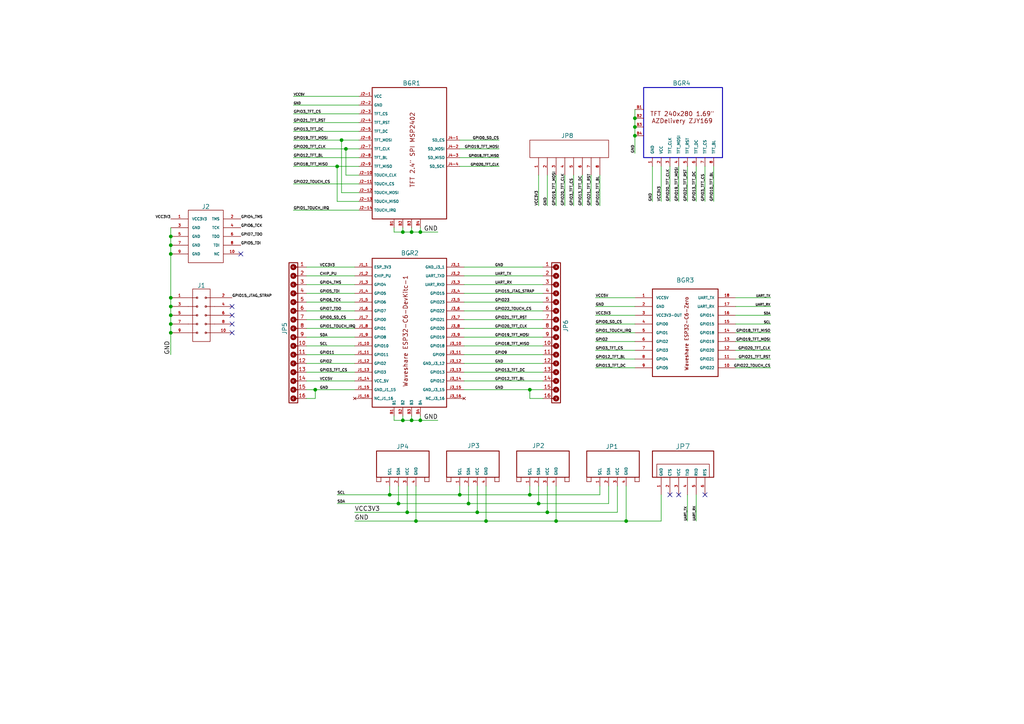
<source format=kicad_sch>
(kicad_sch (version 20250114) (generator "eeschema") (generator_version "9.0")
  (paper "A4")
  (title_block (title "Fablab Testboard") (date "6.August2025") (rev "V1.2") (company "J.Willner"))
  (lib_symbols
    (symbol "Fablab_Test_V1:2.4inch_SPI_Module_ILI9341_SKU_MSP2402"
      (property "Reference" "BGR" (at 0.762 20.574 0))
      (symbol "2.4inch_SPI_Module_ILI9341_SKU_MSP2402_1_0"
        (pin passive line (at -3.81 -21.59 90) (length 2.54) (name "") (number "B1"))
        (pin passive line (at -1.27 -21.59 90) (length 2.54) (name "") (number "B2"))
        (pin passive line (at 1.27 -21.59 90) (length 2.54) (name "") (number "B3"))
        (pin passive line (at 3.81 -21.59 90) (length 2.54) (name "") (number "B4"))
      )
      (symbol "2.4inch_SPI_Module_ILI9341_SKU_MSP2402_1_1"
        (rectangle (start -10.16 19.05) (end 11.43 -19.05) (stroke (width 0.254)))
        (text "TFT 2.4\" SPI MSP2402" (at 1.524 1.016 900) (effects (font (size 1.27 1.27))))
        (pin bidirectional line (at -13.97 16.51 0) (length 3.81) (name "VCC") (number "J2-1"))
        (pin bidirectional line (at -13.97 13.97 0) (length 3.81) (name "GND") (number "J2-2"))
        (pin bidirectional line (at -13.97 11.43 0) (length 3.81) (name "TFT_CS") (number "J2-3"))
        (pin bidirectional line (at -13.97 8.89 0) (length 3.81) (name "TFT_RST") (number "J2-4"))
        (pin bidirectional line (at -13.97 6.35 0) (length 3.81) (name "TFT_DC") (number "J2-5"))
        (pin bidirectional line (at -13.97 3.81 0) (length 3.81) (name "TFT_MOSI") (number "J2-6"))
        (pin bidirectional line (at -13.97 1.27 0) (length 3.81) (name "TFT_CLK") (number "J2-7"))
        (pin bidirectional line (at -13.97 -1.27 0) (length 3.81) (name "TFT_BL") (number "J2-8"))
        (pin bidirectional line (at -13.97 -3.81 0) (length 3.81) (name "TFT_MISO") (number "J2-9"))
        (pin bidirectional line (at -13.97 -6.35 0) (length 3.81) (name "TOUCH_CLK") (number "J2-10"))
        (pin bidirectional line (at -13.97 -8.89 0) (length 3.81) (name "TOUCH_CS") (number "J2-11"))
        (pin bidirectional line (at -13.97 -11.43 0) (length 3.81) (name "TOUCH_MOSI") (number "J2-12"))
        (pin bidirectional line (at -13.97 -13.97 0) (length 3.81) (name "TOUCH_MISO") (number "J2-13"))
        (pin bidirectional line (at -13.97 -16.51 0) (length 3.81) (name "TOUCH_IRQ") (number "J2-14"))
        (pin bidirectional line (at 15.24 3.81 180) (length 3.81) (name "SD_CS") (number "J4-1"))
        (pin bidirectional line (at 15.24 1.27 180) (length 3.81) (name "SD_MOSI") (number "J4-2"))
        (pin bidirectional line (at 15.24 -1.27 180) (length 3.81) (name "SD_MISO") (number "J4-3"))
        (pin bidirectional line (at 15.24 -3.81 180) (length 3.81) (name "SD_SCK") (number "J4-4"))
      )
    )
    (symbol "Fablab_Test_V1:AZDELIVERY-ZJY169" (pin_names (offset 1.016))
      (property "Reference" "BGR" (at 2.032 12.954 0))
      (symbol "AZDELIVERY-ZJY169_0_1"
        (rectangle (start -11.43 10.16) (end 11.43 -10.16))
      )
      (symbol "AZDELIVERY-ZJY169_1_0"
        (pin passive line (at -13.97 3.81 0) (length 2.54) (name "") (number "B1"))
        (pin passive line (at -13.97 1.27 0) (length 2.54) (name "") (number "B2"))
        (pin passive line (at -13.97 -1.27 0) (length 2.54) (name "") (number "B3"))
        (pin passive line (at -13.97 -3.81 0) (length 2.54) (name "") (number "B4"))
      )
      (symbol "AZDELIVERY-ZJY169_1_1"
        (rectangle (start -11.43 10.16) (end 11.43 -10.16) (stroke (width 0.254) (color 0 0 194 1)))
        (text " TFT 240x280 1.69\" \nAZDelivery ZJY169" (at -0.254 1.524 0) (effects (font (size 1.27 1.27))))
        (pin bidirectional line (at -8.89 -12.7 90) (length 2.54) (name "GND") (number "1"))
        (pin bidirectional line (at -6.35 -12.7 90) (length 2.54) (name "VCC") (number "2"))
        (pin bidirectional line (at -3.81 -12.7 90) (length 2.54) (name "TFT_CLK") (number "3"))
        (pin bidirectional line (at -1.27 -12.7 90) (length 2.54) (name "TFT_MOSI") (number "4"))
        (pin bidirectional line (at 1.27 -12.7 90) (length 2.54) (name "TFT_RST") (number "5"))
        (pin bidirectional line (at 3.81 -12.7 90) (length 2.54) (name "TFT_DC") (number "6"))
        (pin bidirectional line (at 6.35 -12.7 90) (length 2.54) (name "TFT_CS") (number "7"))
        (pin bidirectional line (at 8.89 -12.7 90) (length 2.54) (name "TFT_BL") (number "8"))
      )
    )
    (symbol "Fablab_Test_V1:B8B-PH-K_1" (pin_names (offset 1.016))
      (property "Reference" "JP" (at -0.762 14.732 0))
      (property "Footprint" "footprints:JST_B8B-PH-K-S" (at 0 -17.526 0))
      (symbol "B8B-PH-K_1_0_0"
        (pin passive line (at -7.62 10.16 0) (length 5.08) (name "") (number "1"))
      )
      (symbol "B8B-PH-K_1_0_1"
        (rectangle (start -2.54 12.7) (end 2.54 -10.16))
      )
      (symbol "B8B-PH-K_1_1_0"
        (pin passive line (at -7.62 7.62 0) (length 5.08) (name "") (number "2"))
        (pin passive line (at -7.62 5.08 0) (length 5.08) (name "") (number "3"))
        (pin passive line (at -7.62 2.54 0) (length 5.08) (name "") (number "4"))
        (pin passive line (at -7.62 0 0) (length 5.08) (name "") (number "5"))
        (pin passive line (at -7.62 -2.54 0) (length 5.08) (name "") (number "6"))
        (pin passive line (at -7.62 -5.08 0) (length 5.08) (name "") (number "7"))
        (pin passive line (at -7.62 -7.62 0) (length 5.08) (name "") (number "8"))
      )
    )
    (symbol "Fablab_Test_V1:ESP32-C6-Devkitc-1"
      (property "Reference" "BGR" (at -0.762 22.86 0))
      (symbol "ESP32-C6-Devkitc-1_0_0"
        (pin bidirectional line (at -16.51 13.97 0) (length 5.08) (name "GPIO4") (number "J1_3"))
      )
      (symbol "ESP32-C6-Devkitc-1_1_0"
        (rectangle (start -11.43 21.59) (end 10.16 -21.59) (stroke (width 0.254)))
        (pin bidirectional line (at -16.51 19.05 0) (length 5.08) (name "ESP_3V3") (number "J1_1"))
        (pin input line (at -16.51 16.51 0) (length 5.08) (name "CHIP_PU") (number "J1_2"))
        (pin bidirectional line (at -16.51 11.43 0) (length 5.08) (name "GPIO5") (number "J1_4"))
        (pin bidirectional line (at -16.51 8.89 0) (length 5.08) (name "GPIO6") (number "J1_5"))
        (pin bidirectional line (at -16.51 6.35 0) (length 5.08) (name "GPIO7") (number "J1_6"))
        (pin bidirectional line (at -16.51 3.81 0) (length 5.08) (name "GPIO0") (number "J1_7"))
        (pin bidirectional line (at -16.51 1.27 0) (length 5.08) (name "GPIO1") (number "J1_8"))
        (pin bidirectional line (at -16.51 -1.27 0) (length 5.08) (name "GPIO8") (number "J1_9"))
        (pin bidirectional line (at -16.51 -3.81 0) (length 5.08) (name "GPIO10") (number "J1_10"))
        (pin bidirectional line (at -16.51 -6.35 0) (length 5.08) (name "GPIO11") (number "J1_11"))
        (pin bidirectional line (at -16.51 -8.89 0) (length 5.08) (name "GPIO2") (number "J1_12"))
        (pin bidirectional line (at -16.51 -11.43 0) (length 5.08) (name "GPIO3") (number "J1_13"))
        (pin bidirectional line (at -16.51 -13.97 0) (length 5.08) (name "VCC_5V") (number "J1_14"))
        (pin bidirectional line (at -16.51 -16.51 0) (length 5.08) (name "GND_J1_15") (number "J1_15"))
        (pin no_connect line (at -16.51 -19.05 0) (length 5.08) (name "NC_J1_16") (number "J1_16"))
        (pin passive line (at -5.08 -24.13 90) (length 2.54) (name "B1") (number "B1"))
        (pin passive line (at -2.54 -24.13 90) (length 2.54) (name "B2") (number "B2"))
        (pin passive line (at 0 -24.13 90) (length 2.54) (name "B3") (number "B3"))
        (pin passive line (at 2.54 -24.13 90) (length 2.54) (name "B4") (number "B4"))
        (pin bidirectional line (at 15.24 19.05 180) (length 5.08) (name "GND_J3_1") (number "J3_1"))
        (pin bidirectional line (at 15.24 16.51 180) (length 5.08) (name "UART_TXD") (number "J3_2"))
        (pin bidirectional line (at 15.24 13.97 180) (length 5.08) (name "UART_RXD") (number "J3_3"))
        (pin bidirectional line (at 15.24 11.43 180) (length 5.08) (name "GPIO15") (number "J3_4"))
        (pin bidirectional line (at 15.24 8.89 180) (length 5.08) (name "GPIO23") (number "J3_5"))
        (pin bidirectional line (at 15.24 6.35 180) (length 5.08) (name "GPIO22") (number "J3_6"))
        (pin bidirectional line (at 15.24 3.81 180) (length 5.08) (name "GPIO21") (number "J3_7"))
        (pin bidirectional line (at 15.24 1.27 180) (length 5.08) (name "GPIO20") (number "J3_8"))
        (pin bidirectional line (at 15.24 -1.27 180) (length 5.08) (name "GPIO19") (number "J3_9"))
        (pin bidirectional line (at 15.24 -3.81 180) (length 5.08) (name "GPIO18") (number "J3_10"))
        (pin bidirectional line (at 15.24 -6.35 180) (length 5.08) (name "GPIO9") (number "J3_11"))
        (pin bidirectional line (at 15.24 -8.89 180) (length 5.08) (name "GND_J3_12") (number "J3_12"))
        (pin bidirectional line (at 15.24 -11.43 180) (length 5.08) (name "GPIO13") (number "J3_13"))
        (pin bidirectional line (at 15.24 -13.97 180) (length 5.08) (name "GPIO12") (number "J3_14"))
        (pin bidirectional line (at 15.24 -16.51 180) (length 5.08) (name "GND_J3_15") (number "J3_15"))
        (pin no_connect line (at 15.24 -19.05 180) (length 5.08) (name "NC_J3_16") (number "J3_16"))
      )
      (symbol "ESP32-C6-Devkitc-1_1_1"
        (text "Waveshare ESP32-C6-DevKitc-1" (at -1.778 0.508 900) (effects (font (size 1.27 1.27))))
      )
    )
    (symbol "Fablab_Test_V1:MOLEX-705430040" (pin_names (offset 0.254))
      (property "Reference" "JP" (at -0.508 10.922 0))
      (symbol "MOLEX-705430040_0_1"
        (rectangle (start -2.54 7.62) (end 1.27 -7.62))
      )
      (symbol "MOLEX-705430040_1_1"
        (rectangle (start -2.54 8.89) (end 5.08 -8.89) (stroke (width 0.254)))
        (pin bidirectional line (at -7.62 6.35 0) (length 5.08) (name "GND") (number "1"))
        (pin bidirectional line (at -7.62 3.81 0) (length 5.08) (name "CTS") (number "2"))
        (pin bidirectional line (at -7.62 1.27 0) (length 5.08) (name "VCC") (number "3"))
        (pin bidirectional line (at -7.62 -1.27 0) (length 5.08) (name "TXD") (number "4"))
        (pin bidirectional line (at -7.62 -3.81 0) (length 5.08) (name "RXD") (number "5"))
        (pin bidirectional line (at -7.62 -6.35 0) (length 5.08) (name "RTS") (number "6"))
      )
      (symbol "MOLEX-705430040_1_2"
        (polyline (pts (xy 5.08 2.54) (xy 5.08 -15.24)) (stroke (width 0.127)))
        (polyline (pts (xy 5.08 -15.24) (xy 12.7 -15.24)) (stroke (width 0.127)))
        (polyline (pts (xy 7.62 0) (xy 5.08 0)) (stroke (width 0.127)))
        (polyline (pts (xy 7.62 0) (xy 8.89 0.8467)) (stroke (width 0.127)))
        (polyline (pts (xy 7.62 0) (xy 8.89 -0.8467)) (stroke (width 0.127)))
        (polyline (pts (xy 7.62 -2.54) (xy 5.08 -2.54)) (stroke (width 0.127)))
        (polyline (pts (xy 7.62 -2.54) (xy 8.89 -1.6933)) (stroke (width 0.127)))
        (polyline (pts (xy 7.62 -2.54) (xy 8.89 -3.3867)) (stroke (width 0.127)))
        (polyline (pts (xy 7.62 -5.08) (xy 5.08 -5.08)) (stroke (width 0.127)))
        (polyline (pts (xy 7.62 -5.08) (xy 8.89 -4.2333)) (stroke (width 0.127)))
        (polyline (pts (xy 7.62 -5.08) (xy 8.89 -5.9267)) (stroke (width 0.127)))
        (polyline (pts (xy 7.62 -7.62) (xy 5.08 -7.62)) (stroke (width 0.127)))
        (polyline (pts (xy 7.62 -7.62) (xy 8.89 -6.7733)) (stroke (width 0.127)))
        (polyline (pts (xy 7.62 -7.62) (xy 8.89 -8.4667)) (stroke (width 0.127)))
        (polyline (pts (xy 7.62 -10.16) (xy 5.08 -10.16)) (stroke (width 0.127)))
        (polyline (pts (xy 7.62 -10.16) (xy 8.89 -9.3133)) (stroke (width 0.127)))
        (polyline (pts (xy 7.62 -10.16) (xy 8.89 -11.0067)) (stroke (width 0.127)))
        (polyline (pts (xy 7.62 -12.7) (xy 5.08 -12.7)) (stroke (width 0.127)))
        (polyline (pts (xy 7.62 -12.7) (xy 8.89 -11.8533)) (stroke (width 0.127)))
        (polyline (pts (xy 7.62 -12.7) (xy 8.89 -13.5467)) (stroke (width 0.127)))
        (polyline (pts (xy 12.7 2.54) (xy 5.08 2.54)) (stroke (width 0.127)))
        (polyline (pts (xy 12.7 -15.24) (xy 12.7 2.54)) (stroke (width 0.127)))
        (pin unspecified line (at 0 0 0) (length 5.08) (name "1") (number "1"))
        (pin unspecified line (at 0 -2.54 0) (length 5.08) (name "2") (number "2"))
        (pin unspecified line (at 0 -5.08 0) (length 5.08) (name "3") (number "3"))
        (pin unspecified line (at 0 -7.62 0) (length 5.08) (name "4") (number "4"))
        (pin unspecified line (at 0 -10.16 0) (length 5.08) (name "5") (number "5"))
        (pin unspecified line (at 0 -12.7 0) (length 5.08) (name "6") (number "6"))
      )
    )
    (symbol "Fablab_Test_V1:MOLEX-901310765" (pin_names (offset 1.016))
      (property "Reference" "J" (at -0.762 10.414 0))
      (symbol "MOLEX-901310765_0_0"
        (pin passive line (at -8.89 5.08 0) (length 5.08) (name "") (number "1"))
        (pin passive line (at -8.89 0 0) (length 5.08) (name "") (number "5"))
      )
      (symbol "MOLEX-901310765_0_1"
        (polyline (pts (xy -3.81 5.08) (xy -1.27 5.08)))
        (polyline (pts (xy -3.81 2.54) (xy -1.27 2.54)))
        (polyline (pts (xy -3.81 0) (xy -1.27 0)))
        (polyline (pts (xy -3.81 -2.54) (xy -1.27 -2.54)))
        (polyline (pts (xy -3.81 -5.08) (xy -1.27 -5.08)))
        (rectangle (start -2.54 7.62) (end 2.54 -7.62))
        (circle (center -1.27 5.08) (radius 0.254))
        (circle (center -1.27 2.54) (radius 0.254))
        (circle (center -1.27 0) (radius 0.254))
        (circle (center -1.27 -2.54) (radius 0.254))
        (circle (center -1.27 -5.08) (radius 0.254))
        (circle (center 1.27 5.08) (radius 0.254))
        (circle (center 1.27 2.54) (radius 0.254))
        (circle (center 1.27 0) (radius 0.254))
        (circle (center 1.27 -2.54) (radius 0.254))
        (circle (center 1.27 -5.08) (radius 0.254))
        (polyline (pts (xy 3.81 5.08) (xy 1.27 5.08)))
        (polyline (pts (xy 3.81 2.54) (xy 1.27 2.54)))
        (polyline (pts (xy 3.81 0) (xy 1.27 0)))
        (polyline (pts (xy 3.81 -2.54) (xy 1.27 -2.54)))
        (polyline (pts (xy 3.81 -5.08) (xy 1.27 -5.08)))
      )
      (symbol "MOLEX-901310765_1_0"
        (pin passive line (at -8.89 2.54 0) (length 5.08) (name "") (number "3"))
        (pin passive line (at -8.89 -2.54 0) (length 5.08) (name "") (number "7"))
        (pin passive line (at -8.89 -5.08 0) (length 5.08) (name "") (number "9"))
        (pin passive line (at 8.89 5.08 180) (length 5.08) (name "") (number "2"))
        (pin passive line (at 8.89 2.54 180) (length 5.08) (name "") (number "4"))
        (pin passive line (at 8.89 0 180) (length 5.08) (name "") (number "6"))
        (pin passive line (at 8.89 -2.54 180) (length 5.08) (name "") (number "8"))
        (pin passive line (at 8.89 -5.08 180) (length 5.08) (name "") (number "10"))
      )
    )
    (symbol "Fablab_Test_V1:SBH11-PBPC-D05-ST-BK" (pin_names (offset 1.016))
      (property "Reference" "J" (at -0.762 10.414 0))
      (symbol "SBH11-PBPC-D05-ST-BK_0_0"
        (pin passive line (at -10.16 5.08 0) (length 5.08) (name "VCC3V3") (number "1"))
        (pin passive line (at -10.16 0 0) (length 5.08) (name "GND") (number "5"))
      )
      (symbol "SBH11-PBPC-D05-ST-BK_0_1"
        (rectangle (start -5.08 7.62) (end 5.08 -7.62))
      )
      (symbol "SBH11-PBPC-D05-ST-BK_1_0"
        (pin passive line (at -10.16 2.54 0) (length 5.08) (name "GND") (number "3"))
        (pin passive line (at -10.16 -2.54 0) (length 5.08) (name "GND") (number "7"))
        (pin passive line (at -10.16 -5.08 0) (length 5.08) (name "GND") (number "9"))
        (pin passive line (at 10.16 5.08 180) (length 5.08) (name "TMS") (number "2"))
        (pin passive line (at 10.16 2.54 180) (length 5.08) (name "TCK") (number "4"))
        (pin passive line (at 10.16 0 180) (length 5.08) (name "TDO") (number "6"))
        (pin passive line (at 10.16 -2.54 180) (length 5.08) (name "TDI") (number "8"))
        (pin passive line (at 10.16 -5.08 180) (length 5.08) (name "NC") (number "10"))
      )
    )
    (symbol "Fablab_Test_V1:WS_ESP32-C3_Zero" (pin_names (offset 1.016))
      (property "Reference" "BGR" (at -2.032 12.192 0))
      (symbol "WS_ESP32-C3_Zero_1_0"
        (rectangle (start -10.16 11.43) (end 8.89 -13.97) (stroke (width 0.254)))
        (pin bidirectional line (at -15.24 8.89 0) (length 5.08) (name "VCC5V") (number "1"))
        (pin bidirectional line (at -15.24 6.35 0) (length 5.08) (name "GND") (number "2"))
        (pin bidirectional line (at -15.24 3.81 0) (length 5.08) (name "VCC3V3-OUT") (number "3"))
        (pin bidirectional line (at -15.24 1.27 0) (length 5.08) (name "GPIO0") (number "4"))
        (pin bidirectional line (at -15.24 -1.27 0) (length 5.08) (name "GPIO1") (number "5"))
        (pin bidirectional line (at -15.24 -3.81 0) (length 5.08) (name "GPIO2") (number "6"))
        (pin bidirectional line (at -15.24 -6.35 0) (length 5.08) (name "GPIO3") (number "7"))
        (pin bidirectional line (at -15.24 -8.89 0) (length 5.08) (name "GPIO4") (number "8"))
        (pin bidirectional line (at -15.24 -11.43 0) (length 5.08) (name "GPIO5") (number "9"))
        (pin bidirectional line (at 13.97 8.89 180) (length 5.08) (name "UART_TX") (number "18"))
        (pin bidirectional line (at 13.97 6.35 180) (length 5.08) (name "UART_RX") (number "17"))
        (pin bidirectional line (at 13.97 3.81 180) (length 5.08) (name "GPIO14") (number "16"))
        (pin bidirectional line (at 13.97 1.27 180) (length 5.08) (name "GPIO15") (number "15"))
        (pin bidirectional line (at 13.97 -1.27 180) (length 5.08) (name "GPIO18") (number "14"))
        (pin bidirectional line (at 13.97 -3.81 180) (length 5.08) (name "GPIO19") (number "13"))
        (pin bidirectional line (at 13.97 -6.35 180) (length 5.08) (name "GPIO20") (number "12"))
        (pin bidirectional line (at 13.97 -8.89 180) (length 5.08) (name "GPIO21") (number "11"))
        (pin bidirectional line (at 13.97 -11.43 180) (length 5.08) (name "GPIO22") (number "10"))
      )
      (symbol "WS_ESP32-C3_Zero_1_1"
        (text "Waveshare ESP32-C6-Zero" (at -0.254 -1.524 900) (effects (font (size 1.016 1.016))))
      )
    )
    (symbol "Fablab_Test_V1:WUERTH_61301611121" (pin_names (offset 1.016))
      (property "Reference" "JP" (at -20.32 -1.778 0))
      (symbol "WUERTH_61301611121_0_0"
        (circle (center -17.78 -1.27) (radius 0.254) (stroke (width 0.635)))
        (polyline (pts (xy -17.78 -1.27) (xy -17.78 -2.54)) (stroke (width 0.254)))
        (circle (center -15.24 -1.27) (radius 0.254) (stroke (width 0.635)))
        (polyline (pts (xy -15.24 -1.27) (xy -15.24 -2.54)) (stroke (width 0.254)))
        (circle (center -12.7 -1.27) (radius 0.254) (stroke (width 0.635)))
        (polyline (pts (xy -12.7 -1.27) (xy -12.7 -2.54)) (stroke (width 0.254)))
        (circle (center -10.16 -1.27) (radius 0.254) (stroke (width 0.635)))
        (polyline (pts (xy -10.16 -1.27) (xy -10.16 -2.54)) (stroke (width 0.254)))
        (circle (center -7.62 -1.27) (radius 0.254) (stroke (width 0.635)))
        (polyline (pts (xy -7.62 -1.27) (xy -7.62 -2.54)) (stroke (width 0.254)))
        (circle (center -5.08 -1.27) (radius 0.254) (stroke (width 0.635)))
        (polyline (pts (xy -5.08 -1.27) (xy -5.08 -2.54)) (stroke (width 0.254)))
        (circle (center -2.54 -1.27) (radius 0.254) (stroke (width 0.635)))
        (polyline (pts (xy -2.54 -1.27) (xy -2.54 -2.54)) (stroke (width 0.254)))
        (polyline (pts (xy 0 -1.27) (xy 0 -2.54)) (stroke (width 0.254)))
        (circle (center 0 -1.27) (radius 0.254) (stroke (width 0.635)))
        (polyline (pts (xy 2.54 -1.27) (xy 2.54 -2.54)) (stroke (width 0.254)))
        (circle (center 2.54 -1.27) (radius 0.254) (stroke (width 0.635)))
        (polyline (pts (xy 5.08 -1.27) (xy 5.08 -2.54)) (stroke (width 0.254)))
        (circle (center 5.08 -1.27) (radius 0.254) (stroke (width 0.635)))
        (polyline (pts (xy 7.62 -1.27) (xy 7.62 -2.54)) (stroke (width 0.254)))
        (circle (center 7.62 -1.27) (radius 0.254) (stroke (width 0.635)))
        (polyline (pts (xy 10.16 -1.27) (xy 10.16 -2.54)) (stroke (width 0.254)))
        (circle (center 10.16 -1.27) (radius 0.254) (stroke (width 0.635)))
        (polyline (pts (xy 12.7 -1.27) (xy 12.7 -2.54)) (stroke (width 0.254)))
        (circle (center 12.7 -1.27) (radius 0.254) (stroke (width 0.635)))
        (polyline (pts (xy 15.24 -1.27) (xy 15.24 -2.54)) (stroke (width 0.254)))
        (circle (center 15.24 -1.27) (radius 0.254) (stroke (width 0.635)))
        (polyline (pts (xy 17.78 -1.27) (xy 17.78 -2.54)) (stroke (width 0.254)))
        (circle (center 17.78 -1.27) (radius 0.254) (stroke (width 0.635)))
        (polyline (pts (xy 20.32 -1.27) (xy 20.32 -2.54)) (stroke (width 0.254)))
        (circle (center 20.32 -1.27) (radius 0.254) (stroke (width 0.635)))
        (pin passive line (at -17.78 -5.08 90) (length 2.54) (name "~") (number "1"))
        (pin passive line (at -15.24 -5.08 90) (length 2.54) (name "~") (number "2"))
        (pin passive line (at -12.7 -5.08 90) (length 2.54) (name "~") (number "3"))
        (pin passive line (at -10.16 -5.08 90) (length 2.54) (name "~") (number "4"))
        (pin passive line (at -7.62 -5.08 90) (length 2.54) (name "~") (number "5"))
        (pin passive line (at -5.08 -5.08 90) (length 2.54) (name "~") (number "6"))
        (pin passive line (at -2.54 -5.08 90) (length 2.54) (name "~") (number "7"))
        (pin passive line (at 0 -5.08 90) (length 2.54) (name "~") (number "8"))
        (pin passive line (at 2.54 -5.08 90) (length 2.54) (name "~") (number "9"))
        (pin passive line (at 5.08 -5.08 90) (length 2.54) (name "~") (number "10"))
        (pin passive line (at 7.62 -5.08 90) (length 2.54) (name "~") (number "11"))
        (pin passive line (at 10.16 -5.08 90) (length 2.54) (name "~") (number "12"))
        (pin passive line (at 12.7 -5.08 90) (length 2.54) (name "~") (number "13"))
        (pin passive line (at 15.24 -5.08 90) (length 2.54) (name "~") (number "14"))
        (pin passive line (at 17.78 -5.08 90) (length 2.54) (name "~") (number "15"))
        (pin passive line (at 20.32 -5.08 90) (length 2.54) (name "~") (number "16"))
      )
      (symbol "WUERTH_61301611121_1_0"
        (rectangle (start -19.05 0) (end 21.59 -2.54) (stroke (width 0.254)))
      )
    )
    (symbol "Fablab_Test_V1:seeed110990030"
      (property "Reference" "JP" (at -1.016 8.636 0))
      (symbol "seeed110990030_0_1"
        (rectangle (start -6.35 7.62) (end -6.35 6.35))
        (rectangle (start -6.35 6.35) (end -5.08 6.35))
        (rectangle (start -6.35 -6.35) (end -6.35 -7.62))
        (rectangle (start -6.35 -7.62) (end -5.08 -7.62))
        (rectangle (start -5.08 7.62) (end -6.35 7.62))
        (rectangle (start -5.08 -6.35) (end -6.35 -6.35))
      )
      (symbol "seeed110990030_1_1"
        (rectangle (start -5.08 7.62) (end 2.54 -7.62) (stroke (width 0.254)))
        (pin bidirectional line (at -7.62 3.81 0) (length 2.54) (name "SCL") (number "1"))
        (pin bidirectional line (at -7.62 1.27 0) (length 2.54) (name "SDA") (number "2"))
        (pin bidirectional line (at -7.62 -1.27 0) (length 2.54) (name "VCC") (number "3"))
        (pin bidirectional line (at -7.62 -3.81 0) (length 2.54) (name "GND") (number "4"))
      )
    )
  )
  (junction (at 153.67 143.51))
  (junction (at 133.35 143.51))
  (junction (at 116.84 121.92))
  (junction (at 158.75 148.59))
  (junction (at 121.92 121.92))
  (junction (at 100.33 43.18))
  (junction (at 119.38 121.92))
  (junction (at 115.57 146.05))
  (junction (at 49.53 93.98))
  (junction (at 49.53 96.52))
  (junction (at 184.15 36.83))
  (junction (at 91.44 113.03))
  (junction (at 49.53 91.44))
  (junction (at 140.97 151.13))
  (junction (at 156.21 146.05))
  (junction (at 113.03 143.51))
  (junction (at 121.92 67.31))
  (junction (at 118.11 148.59))
  (junction (at 153.67 113.03))
  (junction (at 99.06 40.64))
  (junction (at 49.53 86.36))
  (junction (at 184.15 39.37))
  (junction (at 116.84 67.31))
  (junction (at 181.61 151.13))
  (junction (at 119.38 67.31))
  (junction (at 161.29 151.13))
  (junction (at 49.53 68.58))
  (junction (at 138.43 148.59))
  (junction (at 97.79 48.26))
  (junction (at 135.89 146.05))
  (junction (at 120.65 151.13))
  (junction (at 49.53 73.66))
  (junction (at 49.53 71.12))
  (junction (at 49.53 88.9))
  (junction (at 184.15 34.29))
  (no_connect (at 204.47 143.51))
  (no_connect (at 67.31 88.9))
  (no_connect (at 69.85 73.66))
  (no_connect (at 67.31 91.44))
  (no_connect (at 194.31 143.51))
  (no_connect (at 67.31 96.52))
  (no_connect (at 196.85 143.51))
  (no_connect (at 67.31 93.98))
  (wire (pts (xy 140.97 140.97) (xy 140.97 151.13)))
  (wire (pts (xy 118.11 140.97) (xy 118.11 148.59)))
  (wire (pts (xy 194.31 58.42) (xy 194.31 48.26)))
  (wire (pts (xy 49.53 93.98) (xy 49.53 96.52)))
  (wire (pts (xy 133.35 48.26) (xy 144.78 48.26)))
  (wire (pts (xy 157.48 85.09) (xy 134.62 85.09)))
  (wire (pts (xy 207.01 48.26) (xy 207.01 58.42)))
  (wire (pts (xy 85.09 27.94) (xy 104.14 27.94)))
  (wire (pts (xy 49.53 73.66) (xy 49.53 86.36)))
  (wire (pts (xy 119.38 121.92) (xy 119.38 120.65)))
  (wire (pts (xy 199.39 143.51) (xy 199.39 151.13)))
  (wire (pts (xy 135.89 146.05) (xy 156.21 146.05)))
  (wire (pts (xy 85.09 53.34) (xy 104.14 53.34)))
  (wire (pts (xy 213.36 106.68) (xy 223.52 106.68)))
  (wire (pts (xy 184.15 31.75) (xy 184.15 34.29)))
  (wire (pts (xy 114.3 121.92) (xy 116.84 121.92)))
  (wire (pts (xy 181.61 140.97) (xy 181.61 151.13)))
  (wire (pts (xy 157.48 97.79) (xy 134.62 97.79)))
  (wire (pts (xy 49.53 88.9) (xy 49.53 91.44)))
  (wire (pts (xy 156.21 140.97) (xy 156.21 146.05)))
  (wire (pts (xy 157.48 90.17) (xy 134.62 90.17)))
  (wire (pts (xy 85.09 38.1) (xy 104.14 38.1)))
  (wire (pts (xy 191.77 151.13) (xy 181.61 151.13)))
  (wire (pts (xy 116.84 66.04) (xy 116.84 67.31)))
  (wire (pts (xy 172.72 86.36) (xy 184.15 86.36)))
  (wire (pts (xy 88.9 82.55) (xy 102.87 82.55)))
  (wire (pts (xy 134.62 110.49) (xy 157.48 110.49)))
  (wire (pts (xy 49.53 91.44) (xy 49.53 93.98)))
  (wire (pts (xy 133.35 45.72) (xy 144.78 45.72)))
  (wire (pts (xy 213.36 86.36) (xy 223.52 86.36)))
  (wire (pts (xy 213.36 91.44) (xy 223.52 91.44)))
  (wire (pts (xy 153.67 115.57) (xy 153.67 113.03)))
  (wire (pts (xy 85.09 43.18) (xy 100.33 43.18)))
  (wire (pts (xy 157.48 113.03) (xy 153.67 113.03)))
  (wire (pts (xy 172.72 99.06) (xy 184.15 99.06)))
  (wire (pts (xy 153.67 143.51) (xy 173.99 143.51)))
  (wire (pts (xy 213.36 93.98) (xy 223.52 93.98)))
  (wire (pts (xy 88.9 115.57) (xy 91.44 115.57)))
  (wire (pts (xy 113.03 140.97) (xy 113.03 143.51)))
  (wire (pts (xy 115.57 146.05) (xy 135.89 146.05)))
  (wire (pts (xy 49.53 66.04) (xy 49.53 68.58)))
  (wire (pts (xy 88.9 107.95) (xy 102.87 107.95)))
  (wire (pts (xy 133.35 143.51) (xy 153.67 143.51)))
  (wire (pts (xy 166.37 59.69) (xy 166.37 50.8)))
  (wire (pts (xy 213.36 104.14) (xy 223.52 104.14)))
  (wire (pts (xy 176.53 140.97) (xy 176.53 146.05)))
  (wire (pts (xy 138.43 148.59) (xy 158.75 148.59)))
  (wire (pts (xy 157.48 102.87) (xy 134.62 102.87)))
  (wire (pts (xy 88.9 113.03) (xy 91.44 113.03)))
  (wire (pts (xy 161.29 59.69) (xy 161.29 50.8)))
  (wire (pts (xy 88.9 85.09) (xy 102.87 85.09)))
  (wire (pts (xy 119.38 67.31) (xy 121.92 67.31)))
  (wire (pts (xy 85.09 33.02) (xy 104.14 33.02)))
  (wire (pts (xy 49.53 71.12) (xy 49.53 73.66)))
  (wire (pts (xy 138.43 140.97) (xy 138.43 148.59)))
  (wire (pts (xy 213.36 101.6) (xy 223.52 101.6)))
  (wire (pts (xy 173.99 59.69) (xy 173.99 50.8)))
  (wire (pts (xy 88.9 80.01) (xy 102.87 80.01)))
  (wire (pts (xy 121.92 121.92) (xy 121.92 120.65)))
  (wire (pts (xy 157.48 80.01) (xy 134.62 80.01)))
  (wire (pts (xy 184.15 34.29) (xy 184.15 36.83)))
  (wire (pts (xy 213.36 96.52) (xy 223.52 96.52)))
  (wire (pts (xy 157.48 95.25) (xy 134.62 95.25)))
  (wire (pts (xy 179.07 140.97) (xy 179.07 148.59)))
  (wire (pts (xy 99.06 40.64) (xy 104.14 40.64)))
  (wire (pts (xy 114.3 67.31) (xy 116.84 67.31)))
  (wire (pts (xy 204.47 48.26) (xy 204.47 58.42)))
  (wire (pts (xy 191.77 143.51) (xy 191.77 151.13)))
  (wire (pts (xy 49.53 96.52) (xy 49.53 102.87)))
  (wire (pts (xy 104.14 55.88) (xy 99.06 55.88)))
  (wire (pts (xy 153.67 143.51) (xy 153.67 140.97)))
  (wire (pts (xy 119.38 67.31) (xy 119.38 66.04)))
  (wire (pts (xy 100.33 50.8) (xy 100.33 43.18)))
  (wire (pts (xy 157.48 87.63) (xy 134.62 87.63)))
  (wire (pts (xy 113.03 143.51) (xy 133.35 143.51)))
  (wire (pts (xy 172.72 91.44) (xy 184.15 91.44)))
  (wire (pts (xy 114.3 66.04) (xy 114.3 67.31)))
  (wire (pts (xy 115.57 140.97) (xy 115.57 146.05)))
  (wire (pts (xy 120.65 151.13) (xy 140.97 151.13)))
  (wire (pts (xy 153.67 113.03) (xy 134.62 113.03)))
  (wire (pts (xy 99.06 55.88) (xy 99.06 40.64)))
  (wire (pts (xy 199.39 48.26) (xy 199.39 58.42)))
  (wire (pts (xy 49.53 68.58) (xy 49.53 71.12)))
  (wire (pts (xy 172.72 96.52) (xy 184.15 96.52)))
  (wire (pts (xy 88.9 77.47) (xy 102.87 77.47)))
  (wire (pts (xy 88.9 87.63) (xy 102.87 87.63)))
  (wire (pts (xy 157.48 92.71) (xy 134.62 92.71)))
  (wire (pts (xy 121.92 67.31) (xy 121.92 66.04)))
  (wire (pts (xy 158.75 140.97) (xy 158.75 148.59)))
  (wire (pts (xy 121.92 67.31) (xy 127 67.31)))
  (wire (pts (xy 104.14 58.42) (xy 97.79 58.42)))
  (wire (pts (xy 172.72 93.98) (xy 184.15 93.98)))
  (wire (pts (xy 85.09 30.48) (xy 104.14 30.48)))
  (wire (pts (xy 184.15 39.37) (xy 184.15 44.45)))
  (wire (pts (xy 102.87 148.59) (xy 118.11 148.59)))
  (wire (pts (xy 118.11 148.59) (xy 138.43 148.59)))
  (wire (pts (xy 85.09 40.64) (xy 99.06 40.64)))
  (wire (pts (xy 157.48 77.47) (xy 134.62 77.47)))
  (wire (pts (xy 114.3 121.92) (xy 114.3 120.65)))
  (wire (pts (xy 102.87 151.13) (xy 120.65 151.13)))
  (wire (pts (xy 97.79 48.26) (xy 104.14 48.26)))
  (wire (pts (xy 119.38 121.92) (xy 121.92 121.92)))
  (wire (pts (xy 173.99 143.51) (xy 173.99 140.97)))
  (wire (pts (xy 85.09 48.26) (xy 97.79 48.26)))
  (wire (pts (xy 156.21 146.05) (xy 176.53 146.05)))
  (wire (pts (xy 157.48 82.55) (xy 134.62 82.55)))
  (wire (pts (xy 172.72 104.14) (xy 184.15 104.14)))
  (wire (pts (xy 171.45 59.69) (xy 171.45 50.8)))
  (wire (pts (xy 133.35 143.51) (xy 133.35 140.97)))
  (wire (pts (xy 49.53 86.36) (xy 49.53 88.9)))
  (wire (pts (xy 104.14 50.8) (xy 100.33 50.8)))
  (wire (pts (xy 163.83 59.69) (xy 163.83 50.8)))
  (wire (pts (xy 196.85 48.26) (xy 196.85 58.42)))
  (wire (pts (xy 97.79 146.05) (xy 115.57 146.05)))
  (wire (pts (xy 213.36 88.9) (xy 223.52 88.9)))
  (wire (pts (xy 201.93 48.26) (xy 201.93 58.42)))
  (wire (pts (xy 157.48 100.33) (xy 134.62 100.33)))
  (wire (pts (xy 133.35 40.64) (xy 144.78 40.64)))
  (wire (pts (xy 213.36 99.06) (xy 223.52 99.06)))
  (wire (pts (xy 91.44 113.03) (xy 102.87 113.03)))
  (wire (pts (xy 184.15 36.83) (xy 184.15 39.37)))
  (wire (pts (xy 157.48 115.57) (xy 153.67 115.57)))
  (wire (pts (xy 91.44 115.57) (xy 91.44 113.03)))
  (wire (pts (xy 172.72 106.68) (xy 184.15 106.68)))
  (wire (pts (xy 116.84 121.92) (xy 119.38 121.92)))
  (wire (pts (xy 85.09 60.96) (xy 104.14 60.96)))
  (wire (pts (xy 121.92 121.92) (xy 127 121.92)))
  (wire (pts (xy 88.9 90.17) (xy 102.87 90.17)))
  (wire (pts (xy 100.33 43.18) (xy 104.14 43.18)))
  (wire (pts (xy 97.79 143.51) (xy 113.03 143.51)))
  (wire (pts (xy 88.9 97.79) (xy 102.87 97.79)))
  (wire (pts (xy 97.79 58.42) (xy 97.79 48.26)))
  (wire (pts (xy 158.75 50.8) (xy 158.75 59.69)))
  (wire (pts (xy 85.09 45.72) (xy 104.14 45.72)))
  (wire (pts (xy 158.75 148.59) (xy 179.07 148.59)))
  (wire (pts (xy 133.35 43.18) (xy 144.78 43.18)))
  (wire (pts (xy 168.91 59.69) (xy 168.91 50.8)))
  (wire (pts (xy 134.62 105.41) (xy 157.48 105.41)))
  (wire (pts (xy 88.9 102.87) (xy 102.87 102.87)))
  (wire (pts (xy 189.23 58.42) (xy 189.23 48.26)))
  (wire (pts (xy 191.77 58.42) (xy 191.77 48.26)))
  (wire (pts (xy 88.9 105.41) (xy 102.87 105.41)))
  (wire (pts (xy 161.29 140.97) (xy 161.29 151.13)))
  (wire (pts (xy 120.65 140.97) (xy 120.65 151.13)))
  (wire (pts (xy 116.84 121.92) (xy 116.84 120.65)))
  (wire (pts (xy 135.89 140.97) (xy 135.89 146.05)))
  (wire (pts (xy 116.84 67.31) (xy 119.38 67.31)))
  (wire (pts (xy 88.9 92.71) (xy 102.87 92.71)))
  (wire (pts (xy 172.72 88.9) (xy 184.15 88.9)))
  (wire (pts (xy 88.9 110.49) (xy 102.87 110.49)))
  (wire (pts (xy 156.21 50.8) (xy 156.21 59.69)))
  (wire (pts (xy 85.09 35.56) (xy 104.14 35.56)))
  (wire (pts (xy 88.9 100.33) (xy 102.87 100.33)))
  (wire (pts (xy 172.72 101.6) (xy 184.15 101.6)))
  (wire (pts (xy 201.93 143.51) (xy 201.93 151.13)))
  (wire (pts (xy 88.9 95.25) (xy 102.87 95.25)))
  (wire (pts (xy 140.97 151.13) (xy 161.29 151.13)))
  (wire (pts (xy 134.62 107.95) (xy 157.48 107.95)))
  (wire (pts (xy 161.29 151.13) (xy 181.61 151.13)))
  (label "GND" (at 184.15 44.45 90) (effects (font (size 0.76 0.76))))
  (label "GPIO13_TFT_DC" (at 172.72 106.68 0) (effects (font (size 0.762 0.762))))
  (label "GND" (at 158.75 59.69 90) (effects (font (size 0.762 0.762))))
  (label "GPIO3_TFT_CS" (at 85.09 33.02 0) (effects (font (size 0.762 0.762))))
  (label "SCL" (at 92.71 100.33 0) (effects (font (size 0.762 0.762))))
  (label "GPIO19_TFT_MOSI" (at 196.85 58.42 90) (effects (font (size 0.762 0.762))))
  (label "GPIO23" (at 143.51 87.63 0) (effects (font (size 0.762 0.762))))
  (label "SCL" (at 97.79 143.51 0) (effects (font (size 0.762 0.762))))
  (label "GPIO12_TFT_BL" (at 143.51 110.49 0) (effects (font (size 0.762 0.762))))
  (label "VCC5V" (at 92.71 110.49 0) (effects (font (size 0.762 0.762))))
  (label "GND" (at 127 67.31 180))
  (label "GPIO18_TFT_MISO" (at 143.51 100.33 0) (effects (font (size 0.762 0.762))))
  (label "GPIO19_TFT_MOSI" (at 85.09 40.64 0) (effects (font (size 0.762 0.762))))
  (label "GPIO1_TOUCH_IRQ" (at 92.71 95.25 0) (effects (font (size 0.762 0.762))))
  (label "GPIO10_TFT_BL" (at 207.01 58.42 90) (effects (font (size 0.762 0.762))))
  (label "GPIO18_TFT_MISO" (at 85.09 48.26 0) (effects (font (size 0.762 0.762))))
  (label "VCC3V3" (at 191.77 58.42 90) (effects (font (size 0.762 0.762))))
  (label "GND" (at 143.51 105.41 0) (effects (font (size 0.762 0.762))))
  (label "GPIO3_TFT_CS" (at 172.72 101.6 0) (effects (font (size 0.762 0.762))))
  (label "GPIO0_SD_CS" (at 144.78 40.64 180) (effects (font (size 0.762 0.762))))
  (label "GPIO6_TCK" (at 92.71 87.63 0) (effects (font (size 0.762 0.762))))
  (label "GPIO12_TFT_BL" (at 172.72 104.14 0) (effects (font (size 0.762 0.762))))
  (label "GPIO20_TFT_CLK" (at 144.78 48.26 180) (effects (font (size 0.672 0.672))))
  (label "GPIO11" (at 92.71 102.87 0) (effects (font (size 0.762 0.762))))
  (label "GPIO21_TFT_RST" (at 85.09 35.56 0) (effects (font (size 0.762 0.762))))
  (label "UART_TX" (at 223.52 86.36 180) (effects (font (size 0.672 0.672))))
  (label "GND" (at 143.51 113.03 0) (effects (font (size 0.762 0.762))))
  (label "GPIO18_TFT_MISO" (at 223.52 96.52 180) (effects (font (size 0.762 0.762))))
  (label "GPIO21_TFT_RST" (at 199.39 58.42 90) (effects (font (size 0.762 0.762))))
  (label "GPIO9" (at 143.51 102.87 0) (effects (font (size 0.762 0.762))))
  (label "VCC5V" (at 172.72 86.36 0) (effects (font (size 0.762 0.762))))
  (label "GND" (at 143.51 77.47 0) (effects (font (size 0.762 0.762))))
  (label "GPIO20_TFT_CLK" (at 223.52 101.6 180) (effects (font (size 0.762 0.762))))
  (label "GND" (at 49.53 102.87 90))
  (label "GND" (at 172.72 88.9 0) (effects (font (size 0.762 0.762))))
  (label "SDA" (at 92.71 97.79 0) (effects (font (size 0.762 0.762))))
  (label "GND" (at 92.71 113.03 0) (effects (font (size 0.762 0.762))))
  (label "GPIO18_TFT_MISO" (at 144.78 45.72 180) (effects (font (size 0.672 0.672))))
  (label "CHIP_PU" (at 92.71 80.01 0) (effects (font (size 0.762 0.762))))
  (label "GPIO10_TFT_BL" (at 173.99 59.69 90) (effects (font (size 0.762 0.762))))
  (label "GND" (at 85.09 30.48 0) (effects (font (size 0.672 0.672))))
  (label "GND" (at 189.23 58.42 90) (effects (font (size 0.76 0.76))))
  (label "GPIO21_TFT_RST" (at 223.52 104.14 180) (effects (font (size 0.762 0.762))))
  (label "GPIO0_SD_CS" (at 92.71 92.71 0) (effects (font (size 0.762 0.762))))
  (label "GPIO3_TFT_CS" (at 166.37 59.69 90) (effects (font (size 0.762 0.762))))
  (label "GPIO4_TMS" (at 92.71 82.55 0) (effects (font (size 0.762 0.762))))
  (label "GPIO2" (at 172.72 99.06 0) (effects (font (size 0.762 0.762))))
  (label "VCC5V" (at 85.09 27.94 0) (effects (font (size 0.672 0.672))))
  (label "GPIO19_TFT_MOSI" (at 223.52 99.06 180) (effects (font (size 0.762 0.762))))
  (label "GPIO20_TFT_CLK" (at 85.09 43.18 0) (effects (font (size 0.762 0.762))))
  (label "GPIO22_TOUCH_CS" (at 143.51 90.17 0) (effects (font (size 0.762 0.762))))
  (label "VCC3V3" (at 102.87 148.59 0))
  (label "GPIO20_TFT_CLK" (at 163.83 59.69 90) (effects (font (size 0.762 0.762))))
  (label "GPIO19_TFT_MOSI" (at 161.29 59.69 90) (effects (font (size 0.762 0.762))))
  (label "GPIO22_TOUCH_CS" (at 85.09 53.34 0) (effects (font (size 0.762 0.762))))
  (label "VCC3V3" (at 49.53 63.5 180) (effects (font (size 0.762 0.762))))
  (label "GPIO5_TDI" (at 69.85 71.12 0) (effects (font (size 0.762 0.762))))
  (label "GPIO19_TFT_MOSI" (at 144.78 43.18 180) (effects (font (size 0.762 0.762))))
  (label "VCC3V3" (at 172.72 91.44 0) (effects (font (size 0.762 0.762))))
  (label "GPIO15_JTAG_STRAP" (at 143.51 85.09 0) (effects (font (size 0.762 0.762))))
  (label "GND" (at 102.87 151.13 0))
  (label "GPIO6_TCK" (at 69.85 66.04 0) (effects (font (size 0.762 0.762))))
  (label "GPIO13_TFT_DC" (at 143.51 107.95 0) (effects (font (size 0.762 0.762))))
  (label "UART_RX" (at 223.52 88.9 180) (effects (font (size 0.672 0.672))))
  (label "VCC3V3" (at 92.71 77.47 0) (effects (font (size 0.762 0.762))))
  (label "VCC3V3" (at 156.21 59.69 90) (effects (font (size 0.762 0.762))))
  (label "GPIO22_TOUCH_CS" (at 223.52 106.68 180) (effects (font (size 0.762 0.762))))
  (label "GPIO13_TFT_DC" (at 168.91 59.69 90) (effects (font (size 0.762 0.762))))
  (label "UART_RX" (at 143.51 82.55 0) (effects (font (size 0.762 0.762))))
  (label "GPIO21_TFT_RST" (at 143.51 92.71 0) (effects (font (size 0.762 0.762))))
  (label "GPIO20_TFT_CLK" (at 194.31 58.42 90) (effects (font (size 0.762 0.762))))
  (label "GPIO7_TDO" (at 69.85 68.58 0) (effects (font (size 0.762 0.762))))
  (label "GPIO15_JTAG_STRAP" (at 67.31 86.36 0) (effects (font (size 0.762 0.762))))
  (label "GPIO19_TFT_MOSI" (at 143.51 97.79 0) (effects (font (size 0.762 0.762))))
  (label "GPIO13_TFT_DC" (at 201.93 58.42 90) (effects (font (size 0.762 0.762))))
  (label "SDA" (at 223.52 91.44 180) (effects (font (size 0.672 0.672))))
  (label "GPIO13_TFT_DC" (at 85.09 38.1 0) (effects (font (size 0.762 0.762))))
  (label "SDA" (at 97.79 146.05 0) (effects (font (size 0.762 0.762))))
  (label "UART_TX" (at 143.51 80.01 0) (effects (font (size 0.762 0.762))))
  (label "GPIO20_TFT_CLK" (at 143.51 95.25 0) (effects (font (size 0.762 0.762))))
  (label "GPIO2" (at 92.71 105.41 0) (effects (font (size 0.762 0.762))))
  (label "GPIO4_TMS" (at 69.85 63.5 0) (effects (font (size 0.762 0.762))))
  (label "UART_RX" (at 201.93 151.13 90) (effects (font (size 0.672 0.672))))
  (label "GPIO7_TDO" (at 92.71 90.17 0) (effects (font (size 0.762 0.762))))
  (label "GPIO12_TFT_BL" (at 85.09 45.72 0) (effects (font (size 0.762 0.762))))
  (label "UART_TX" (at 199.39 151.13 90) (effects (font (size 0.672 0.672))))
  (label "GPIO0_SD_CS" (at 172.72 93.98 0) (effects (font (size 0.762 0.762))))
  (label "GPIO1_TOUCH_IRQ" (at 172.72 96.52 0) (effects (font (size 0.762 0.762))))
  (label "GPIO5_TDI" (at 92.71 85.09 0) (effects (font (size 0.762 0.762))))
  (label "GND" (at 127 121.92 180))
  (label "GPIO1_TOUCH_IRQ" (at 85.09 60.96 0) (effects (font (size 0.762 0.762))))
  (label "GPIO3_TFT_CS" (at 92.71 107.95 0) (effects (font (size 0.762 0.762))))
  (label "SCL" (at 223.52 93.98 180) (effects (font (size 0.672 0.672))))
  (label "GPIO21_TFT_RST" (at 171.45 59.69 90) (effects (font (size 0.762 0.762))))
  (label "GPIO3_TFT_CS" (at 204.47 58.42 90) (effects (font (size 0.762 0.762))))
  (symbol (lib_id "Fablab_Test_V1:seeed110990030") (at 137.16 133.35 90) (unit 1)
    (property "Reference" "JP3" (at 139.192 129.286 90) (effects (justify left)))
    (property "Value" "SEEED_110990030" (effects (hide yes)))
    (property "Footprint" "footprints:SEEED_110990030" (effects (hide yes)))
  )
  (symbol (lib_id "Fablab_Test_V1:AZDELIVERY-ZJY169") (at 198.12 35.56 0) (unit 1)
    (property "Reference" "BGR4" (at 195.072 24.13 0) (effects (justify left)))
    (property "Value" "AZDELIVERY-ZJY169" (effects (hide yes)))
    (property "Footprint" "footprints:ZJY169-AZDELIVERY" (effects (hide yes)))
  )
  (symbol (lib_id "Fablab_Test_V1:seeed110990030") (at 116.84 133.35 90) (unit 1)
    (property "Reference" "JP4" (at 118.618 129.54 90) (effects (justify left)))
    (property "Value" "SEEED_110990030" (effects (hide yes)))
    (property "Footprint" "footprints:SEEED_110990030" (effects (hide yes)))
  )
  (symbol (lib_id "Fablab_Test_V1:WS_ESP32-C3_Zero") (at 199.39 95.25 0) (unit 1)
    (property "Reference" "BGR3" (at 198.755 81.28 0))
    (property "Value" "WS-ESP32-C3-ZERO" (effects (hide yes)))
    (property "Footprint" "footprints:WS_ESP32-C3_ZERO" (effects (hide yes)))
    (property "Datasheet" "https://www.waveshare.com/wiki/ESP32-C6-Zero" (effects (hide yes)))
  )
  (symbol (lib_id "Fablab_Test_V1:MOLEX-901310765") (at 58.42 91.44 0) (unit 1)
    (property "Reference" "J1" (at 58.42 82.804 0))
    (property "Value" "MOLEX-901310765" (effects (hide yes)))
    (property "Footprint" "footprints:MOLEX-901310765" (effects (hide yes)))
    (property "PARTREV" "J" (effects (hide yes)))
    (property "STANDARD" "Manufacturer Recommendations" (effects (hide yes)))
    (property "SNAPEDA_PN" "SBH11-PBPC-D05-ST-BK" (effects (hide yes)))
    (property "MAXIMUM_PACKAGE_HEIGHT" "9.1mm" (effects (hide yes)))
    (property "MANUFACTURER" "Sullins Connector Solutions" (effects (hide yes)))
  )
  (symbol (lib_id "Fablab_Test_V1:seeed110990030") (at 157.48 133.35 90) (unit 1)
    (property "Reference" "JP2" (at 157.988 129.286 90) (effects (justify left)))
    (property "Value" "SEEED_110990030" (effects (hide yes)))
    (property "Footprint" "footprints:SEEED_110990030" (effects (hide yes)))
  )
  (symbol (lib_id "Fablab_Test_V1:ESP32-C6-Devkitc-1") (at 119.38 96.52 0) (unit 1)
    (property "Reference" "BGR2" (at 118.872 73.406 0))
    (property "Value" "~" (at 118.745 73.66 0))
    (property "Footprint" "footprints:MODULE_ESP32-C6-DEVKITC-1-N8" (effects (hide yes)))
  )
  (symbol (lib_id "Fablab_Test_V1:MOLEX-705430040") (at 198.12 135.89 90) (unit 1)
    (property "Reference" "JP7" (at 195.834 129.54 90) (effects (font (size 1.524 1.524)) (justify right)))
    (property "Value" "Molex-705430040" (effects (hide yes)))
    (property "Footprint" "footprints:Molex-0705430040" (effects (hide yes)))
    (property "Datasheet" "https://www.molex.com/en-us/products/part-detail-pdf/705430040?display=pdf" (effects (hide yes)))
  )
  (symbol (lib_id "Fablab_Test_V1:B8B-PH-K_1") (at 166.37 43.18 90) (unit 1)
    (property "Reference" "JP8" (at 166.37 39.37 90) (effects (justify left)))
    (property "Value" "B10B-PH-K-S_LF__SN_" (effects (hide yes)))
    (property "Footprint" "footprints:JST_B8B-PH-K-S" (effects (hide yes)))
    (property "PARTREV" "JP" (effects (hide yes)))
    (property "SNAPEDA_PN" " " (effects (hide yes)))
    (property "MAXIMUM_PACKAGE_HEIGHT" " " (effects (hide yes)))
    (property "MANUFACTURER" " " (effects (hide yes)))
  )
  (symbol (lib_id "Fablab_Test_V1:seeed110990030") (at 177.8 133.35 90) (unit 1)
    (property "Reference" "JP1" (at 179.324 129.54 90) (effects (justify left)))
    (property "Value" "SEEED_110990030" (effects (hide yes)))
    (property "Footprint" "footprints:SEEED_110990030" (effects (hide yes)))
  )
  (symbol (lib_id "Fablab_Test_V1:WUERTH_61301611121") (at 83.82 95.25 90) (mirror x) (unit 1)
    (property "Reference" "JP5" (at 82.55 93.472 0) (effects (justify left)))
    (property "Value" "WUERTH_61301611121" (effects (hide yes)))
    (property "Footprint" "footprints:WUERTH-61301611121" (effects (hide yes)))
  )
  (symbol (lib_id "Fablab_Test_V1:WUERTH_61301611121") (at 162.56 95.25 270) (unit 1)
    (property "Reference" "JP6" (at 164.084 92.71 0) (effects (justify left)))
    (property "Value" "WUERTH_61301611121" (effects (hide yes)))
    (property "Footprint" "footprints:WUERTH-61301611121" (effects (hide yes)))
  )
  (symbol (lib_id "Fablab_Test_V1:SBH11-PBPC-D05-ST-BK") (at 59.69 68.58 0) (unit 1)
    (property "Reference" "J2" (at 59.69 59.944 0))
    (property "Value" "SBH11-PBPC-D05-ST-BK" (effects (hide yes)))
    (property "Footprint" "footprints:SULLINS_SBH11-PBPC-D05-ST-BK" (effects (hide yes)))
    (property "PARTREV" "J" (effects (hide yes)))
    (property "STANDARD" "Manufacturer Recommendations" (effects (hide yes)))
    (property "SNAPEDA_PN" "SBH11-PBPC-D05-ST-BK" (effects (hide yes)))
    (property "MAXIMUM_PACKAGE_HEIGHT" "9.1mm" (effects (hide yes)))
    (property "MANUFACTURER" "Sullins Connector Solutions" (effects (hide yes)))
  )
  (symbol (lib_id "Fablab_Test_V1:2.4inch_SPI_Module_ILI9341_SKU_MSP2402") (at 118.11 44.45 0) (unit 1)
    (property "Reference" "BGR1" (at 119.38 24.13 0))
    (property "Value" "~" (at 118.745 24.13 0))
    (property "Footprint" "footprints:2.4inch_SPI_Module_ILI9341_SKU_MSP2402" (effects (hide yes)))
    (property "Datasheet" "https://www.lcdwiki.com/res/MSP2402/2.4inch_SPI_Module_MSP2402_User_Manual_EN.pdf" (effects (hide yes)))
  )
)
</source>
